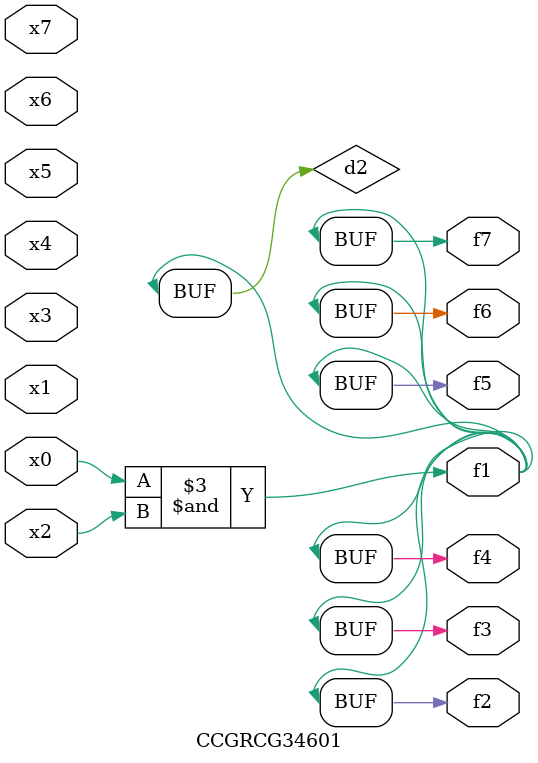
<source format=v>
module CCGRCG34601(
	input x0, x1, x2, x3, x4, x5, x6, x7,
	output f1, f2, f3, f4, f5, f6, f7
);

	wire d1, d2;

	nor (d1, x3, x6);
	and (d2, x0, x2);
	assign f1 = d2;
	assign f2 = d2;
	assign f3 = d2;
	assign f4 = d2;
	assign f5 = d2;
	assign f6 = d2;
	assign f7 = d2;
endmodule

</source>
